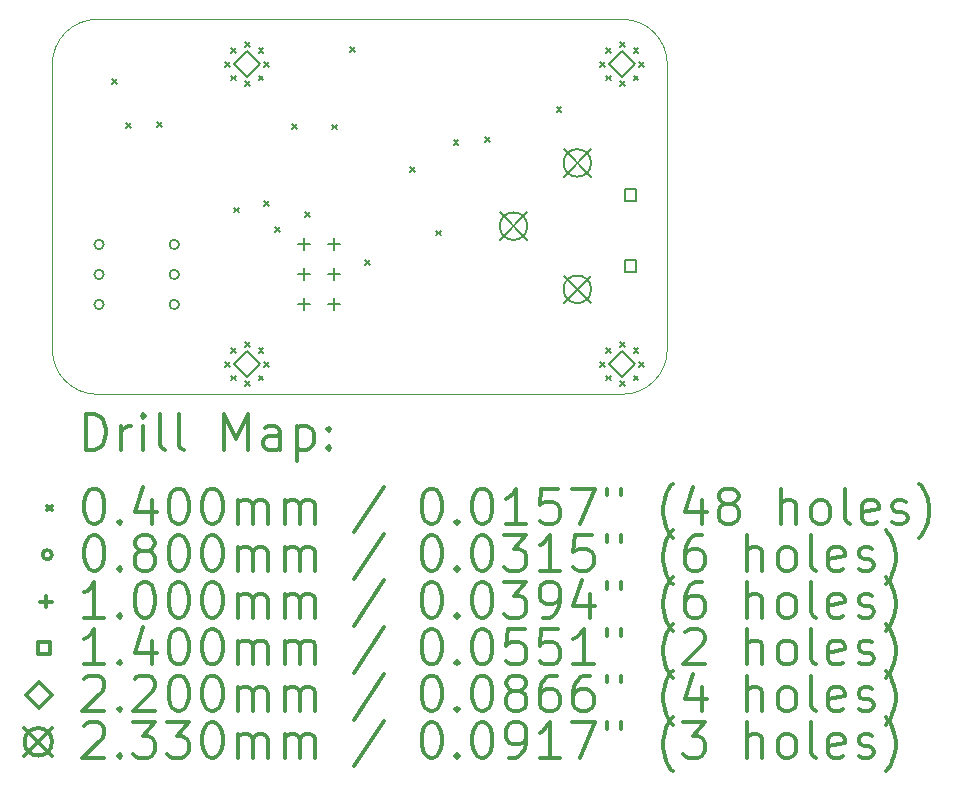
<source format=gbr>
%FSLAX45Y45*%
G04 Gerber Fmt 4.5, Leading zero omitted, Abs format (unit mm)*
G04 Created by KiCad (PCBNEW (5.1.12)-1) date 2022-06-04 11:27:31*
%MOMM*%
%LPD*%
G01*
G04 APERTURE LIST*
%TA.AperFunction,Profile*%
%ADD10C,0.050000*%
%TD*%
%ADD11C,0.200000*%
%ADD12C,0.300000*%
G04 APERTURE END LIST*
D10*
X14732000Y-7874000D02*
X14732000Y-7620000D01*
X9525000Y-10033000D02*
X9525000Y-9779000D01*
X9906000Y-10414000D02*
X10160000Y-10414000D01*
X9906000Y-7239000D02*
X10160000Y-7239000D01*
X9525000Y-9779000D02*
X9525000Y-7620000D01*
X9906000Y-10414000D02*
G75*
G02*
X9525000Y-10033000I0J381000D01*
G01*
X9525000Y-7620000D02*
G75*
G02*
X9906000Y-7239000I381000J0D01*
G01*
X14351000Y-10414000D02*
X10160000Y-10414000D01*
X14732000Y-10033000D02*
G75*
G02*
X14351000Y-10414000I-381000J0D01*
G01*
X14732000Y-7874000D02*
X14732000Y-10033000D01*
X14351000Y-7239000D02*
G75*
G02*
X14732000Y-7620000I0J-381000D01*
G01*
X10160000Y-7239000D02*
X14351000Y-7239000D01*
D11*
X10030875Y-7744875D02*
X10070875Y-7784875D01*
X10070875Y-7744875D02*
X10030875Y-7784875D01*
X10150400Y-8118400D02*
X10190400Y-8158400D01*
X10190400Y-8118400D02*
X10150400Y-8158400D01*
X10411100Y-8110900D02*
X10451100Y-8150900D01*
X10451100Y-8110900D02*
X10411100Y-8150900D01*
X10991000Y-7600000D02*
X11031000Y-7640000D01*
X11031000Y-7600000D02*
X10991000Y-7640000D01*
X10991000Y-10140000D02*
X11031000Y-10180000D01*
X11031000Y-10140000D02*
X10991000Y-10180000D01*
X11039327Y-7483327D02*
X11079327Y-7523327D01*
X11079327Y-7483327D02*
X11039327Y-7523327D01*
X11039327Y-7716673D02*
X11079327Y-7756673D01*
X11079327Y-7716673D02*
X11039327Y-7756673D01*
X11039327Y-10023327D02*
X11079327Y-10063327D01*
X11079327Y-10023327D02*
X11039327Y-10063327D01*
X11039327Y-10256673D02*
X11079327Y-10296673D01*
X11079327Y-10256673D02*
X11039327Y-10296673D01*
X11064750Y-8834250D02*
X11104750Y-8874250D01*
X11104750Y-8834250D02*
X11064750Y-8874250D01*
X11156000Y-7435000D02*
X11196000Y-7475000D01*
X11196000Y-7435000D02*
X11156000Y-7475000D01*
X11156000Y-7765000D02*
X11196000Y-7805000D01*
X11196000Y-7765000D02*
X11156000Y-7805000D01*
X11156000Y-9975000D02*
X11196000Y-10015000D01*
X11196000Y-9975000D02*
X11156000Y-10015000D01*
X11156000Y-10305000D02*
X11196000Y-10345000D01*
X11196000Y-10305000D02*
X11156000Y-10345000D01*
X11272673Y-7483327D02*
X11312673Y-7523327D01*
X11312673Y-7483327D02*
X11272673Y-7523327D01*
X11272673Y-7716673D02*
X11312673Y-7756673D01*
X11312673Y-7716673D02*
X11272673Y-7756673D01*
X11272673Y-10023327D02*
X11312673Y-10063327D01*
X11312673Y-10023327D02*
X11272673Y-10063327D01*
X11272673Y-10256673D02*
X11312673Y-10296673D01*
X11312673Y-10256673D02*
X11272673Y-10296673D01*
X11315840Y-8775841D02*
X11355840Y-8815841D01*
X11355840Y-8775841D02*
X11315840Y-8815841D01*
X11321000Y-7600000D02*
X11361000Y-7640000D01*
X11361000Y-7600000D02*
X11321000Y-7640000D01*
X11321000Y-10140000D02*
X11361000Y-10180000D01*
X11361000Y-10140000D02*
X11321000Y-10180000D01*
X11410000Y-8997000D02*
X11450000Y-9037000D01*
X11450000Y-8997000D02*
X11410000Y-9037000D01*
X11554875Y-8125875D02*
X11594875Y-8165875D01*
X11594875Y-8125875D02*
X11554875Y-8165875D01*
X11664000Y-8870000D02*
X11704000Y-8910000D01*
X11704000Y-8870000D02*
X11664000Y-8910000D01*
X11894800Y-8131200D02*
X11934800Y-8171200D01*
X11934800Y-8131200D02*
X11894800Y-8171200D01*
X12045000Y-7473000D02*
X12085000Y-7513000D01*
X12085000Y-7473000D02*
X12045000Y-7513000D01*
X12172000Y-9281000D02*
X12212000Y-9321000D01*
X12212000Y-9281000D02*
X12172000Y-9321000D01*
X12553000Y-8489000D02*
X12593000Y-8529000D01*
X12593000Y-8489000D02*
X12553000Y-8529000D01*
X12775000Y-9029000D02*
X12815000Y-9069000D01*
X12815000Y-9029000D02*
X12775000Y-9069000D01*
X12924000Y-8262000D02*
X12964000Y-8302000D01*
X12964000Y-8262000D02*
X12924000Y-8302000D01*
X13188000Y-8235000D02*
X13228000Y-8275000D01*
X13228000Y-8235000D02*
X13188000Y-8275000D01*
X13796000Y-7981000D02*
X13836000Y-8021000D01*
X13836000Y-7981000D02*
X13796000Y-8021000D01*
X14166000Y-7600000D02*
X14206000Y-7640000D01*
X14206000Y-7600000D02*
X14166000Y-7640000D01*
X14166000Y-10140000D02*
X14206000Y-10180000D01*
X14206000Y-10140000D02*
X14166000Y-10180000D01*
X14214327Y-7483327D02*
X14254327Y-7523327D01*
X14254327Y-7483327D02*
X14214327Y-7523327D01*
X14214327Y-7716673D02*
X14254327Y-7756673D01*
X14254327Y-7716673D02*
X14214327Y-7756673D01*
X14214327Y-10023327D02*
X14254327Y-10063327D01*
X14254327Y-10023327D02*
X14214327Y-10063327D01*
X14214327Y-10256673D02*
X14254327Y-10296673D01*
X14254327Y-10256673D02*
X14214327Y-10296673D01*
X14331000Y-7435000D02*
X14371000Y-7475000D01*
X14371000Y-7435000D02*
X14331000Y-7475000D01*
X14331000Y-7765000D02*
X14371000Y-7805000D01*
X14371000Y-7765000D02*
X14331000Y-7805000D01*
X14331000Y-9975000D02*
X14371000Y-10015000D01*
X14371000Y-9975000D02*
X14331000Y-10015000D01*
X14331000Y-10305000D02*
X14371000Y-10345000D01*
X14371000Y-10305000D02*
X14331000Y-10345000D01*
X14447673Y-7483327D02*
X14487673Y-7523327D01*
X14487673Y-7483327D02*
X14447673Y-7523327D01*
X14447673Y-7716673D02*
X14487673Y-7756673D01*
X14487673Y-7716673D02*
X14447673Y-7756673D01*
X14447673Y-10023327D02*
X14487673Y-10063327D01*
X14487673Y-10023327D02*
X14447673Y-10063327D01*
X14447673Y-10256673D02*
X14487673Y-10296673D01*
X14487673Y-10256673D02*
X14447673Y-10296673D01*
X14496000Y-7600000D02*
X14536000Y-7640000D01*
X14536000Y-7600000D02*
X14496000Y-7640000D01*
X14496000Y-10140000D02*
X14536000Y-10180000D01*
X14536000Y-10140000D02*
X14496000Y-10180000D01*
X9960500Y-9145000D02*
G75*
G03*
X9960500Y-9145000I-40000J0D01*
G01*
X9960500Y-9399000D02*
G75*
G03*
X9960500Y-9399000I-40000J0D01*
G01*
X9960500Y-9653000D02*
G75*
G03*
X9960500Y-9653000I-40000J0D01*
G01*
X10597500Y-9145000D02*
G75*
G03*
X10597500Y-9145000I-40000J0D01*
G01*
X10597500Y-9399000D02*
G75*
G03*
X10597500Y-9399000I-40000J0D01*
G01*
X10597500Y-9653000D02*
G75*
G03*
X10597500Y-9653000I-40000J0D01*
G01*
X11654000Y-9094000D02*
X11654000Y-9194000D01*
X11604000Y-9144000D02*
X11704000Y-9144000D01*
X11654000Y-9348000D02*
X11654000Y-9448000D01*
X11604000Y-9398000D02*
X11704000Y-9398000D01*
X11654000Y-9602000D02*
X11654000Y-9702000D01*
X11604000Y-9652000D02*
X11704000Y-9652000D01*
X11908000Y-9094000D02*
X11908000Y-9194000D01*
X11858000Y-9144000D02*
X11958000Y-9144000D01*
X11908000Y-9348000D02*
X11908000Y-9448000D01*
X11858000Y-9398000D02*
X11958000Y-9398000D01*
X11908000Y-9602000D02*
X11908000Y-9702000D01*
X11858000Y-9652000D02*
X11958000Y-9652000D01*
X14469498Y-8774498D02*
X14469498Y-8675502D01*
X14370502Y-8675502D01*
X14370502Y-8774498D01*
X14469498Y-8774498D01*
X14469498Y-9374498D02*
X14469498Y-9275502D01*
X14370502Y-9275502D01*
X14370502Y-9374498D01*
X14469498Y-9374498D01*
X11176000Y-7730000D02*
X11286000Y-7620000D01*
X11176000Y-7510000D01*
X11066000Y-7620000D01*
X11176000Y-7730000D01*
X11176000Y-10270000D02*
X11286000Y-10160000D01*
X11176000Y-10050000D01*
X11066000Y-10160000D01*
X11176000Y-10270000D01*
X14351000Y-7730000D02*
X14461000Y-7620000D01*
X14351000Y-7510000D01*
X14241000Y-7620000D01*
X14351000Y-7730000D01*
X14351000Y-10270000D02*
X14461000Y-10160000D01*
X14351000Y-10050000D01*
X14241000Y-10160000D01*
X14351000Y-10270000D01*
X13313500Y-8873500D02*
X13546500Y-9106500D01*
X13546500Y-8873500D02*
X13313500Y-9106500D01*
X13546500Y-8990000D02*
G75*
G03*
X13546500Y-8990000I-116500J0D01*
G01*
X13853500Y-8338500D02*
X14086500Y-8571500D01*
X14086500Y-8338500D02*
X13853500Y-8571500D01*
X14086500Y-8455000D02*
G75*
G03*
X14086500Y-8455000I-116500J0D01*
G01*
X13853500Y-9408500D02*
X14086500Y-9641500D01*
X14086500Y-9408500D02*
X13853500Y-9641500D01*
X14086500Y-9525000D02*
G75*
G03*
X14086500Y-9525000I-116500J0D01*
G01*
D12*
X9808928Y-10882214D02*
X9808928Y-10582214D01*
X9880357Y-10582214D01*
X9923214Y-10596500D01*
X9951786Y-10625072D01*
X9966071Y-10653643D01*
X9980357Y-10710786D01*
X9980357Y-10753643D01*
X9966071Y-10810786D01*
X9951786Y-10839357D01*
X9923214Y-10867929D01*
X9880357Y-10882214D01*
X9808928Y-10882214D01*
X10108928Y-10882214D02*
X10108928Y-10682214D01*
X10108928Y-10739357D02*
X10123214Y-10710786D01*
X10137500Y-10696500D01*
X10166071Y-10682214D01*
X10194643Y-10682214D01*
X10294643Y-10882214D02*
X10294643Y-10682214D01*
X10294643Y-10582214D02*
X10280357Y-10596500D01*
X10294643Y-10610786D01*
X10308928Y-10596500D01*
X10294643Y-10582214D01*
X10294643Y-10610786D01*
X10480357Y-10882214D02*
X10451786Y-10867929D01*
X10437500Y-10839357D01*
X10437500Y-10582214D01*
X10637500Y-10882214D02*
X10608928Y-10867929D01*
X10594643Y-10839357D01*
X10594643Y-10582214D01*
X10980357Y-10882214D02*
X10980357Y-10582214D01*
X11080357Y-10796500D01*
X11180357Y-10582214D01*
X11180357Y-10882214D01*
X11451786Y-10882214D02*
X11451786Y-10725072D01*
X11437500Y-10696500D01*
X11408928Y-10682214D01*
X11351786Y-10682214D01*
X11323214Y-10696500D01*
X11451786Y-10867929D02*
X11423214Y-10882214D01*
X11351786Y-10882214D01*
X11323214Y-10867929D01*
X11308928Y-10839357D01*
X11308928Y-10810786D01*
X11323214Y-10782214D01*
X11351786Y-10767929D01*
X11423214Y-10767929D01*
X11451786Y-10753643D01*
X11594643Y-10682214D02*
X11594643Y-10982214D01*
X11594643Y-10696500D02*
X11623214Y-10682214D01*
X11680357Y-10682214D01*
X11708928Y-10696500D01*
X11723214Y-10710786D01*
X11737500Y-10739357D01*
X11737500Y-10825072D01*
X11723214Y-10853643D01*
X11708928Y-10867929D01*
X11680357Y-10882214D01*
X11623214Y-10882214D01*
X11594643Y-10867929D01*
X11866071Y-10853643D02*
X11880357Y-10867929D01*
X11866071Y-10882214D01*
X11851786Y-10867929D01*
X11866071Y-10853643D01*
X11866071Y-10882214D01*
X11866071Y-10696500D02*
X11880357Y-10710786D01*
X11866071Y-10725072D01*
X11851786Y-10710786D01*
X11866071Y-10696500D01*
X11866071Y-10725072D01*
X9482500Y-11356500D02*
X9522500Y-11396500D01*
X9522500Y-11356500D02*
X9482500Y-11396500D01*
X9866071Y-11212214D02*
X9894643Y-11212214D01*
X9923214Y-11226500D01*
X9937500Y-11240786D01*
X9951786Y-11269357D01*
X9966071Y-11326500D01*
X9966071Y-11397929D01*
X9951786Y-11455071D01*
X9937500Y-11483643D01*
X9923214Y-11497929D01*
X9894643Y-11512214D01*
X9866071Y-11512214D01*
X9837500Y-11497929D01*
X9823214Y-11483643D01*
X9808928Y-11455071D01*
X9794643Y-11397929D01*
X9794643Y-11326500D01*
X9808928Y-11269357D01*
X9823214Y-11240786D01*
X9837500Y-11226500D01*
X9866071Y-11212214D01*
X10094643Y-11483643D02*
X10108928Y-11497929D01*
X10094643Y-11512214D01*
X10080357Y-11497929D01*
X10094643Y-11483643D01*
X10094643Y-11512214D01*
X10366071Y-11312214D02*
X10366071Y-11512214D01*
X10294643Y-11197929D02*
X10223214Y-11412214D01*
X10408928Y-11412214D01*
X10580357Y-11212214D02*
X10608928Y-11212214D01*
X10637500Y-11226500D01*
X10651786Y-11240786D01*
X10666071Y-11269357D01*
X10680357Y-11326500D01*
X10680357Y-11397929D01*
X10666071Y-11455071D01*
X10651786Y-11483643D01*
X10637500Y-11497929D01*
X10608928Y-11512214D01*
X10580357Y-11512214D01*
X10551786Y-11497929D01*
X10537500Y-11483643D01*
X10523214Y-11455071D01*
X10508928Y-11397929D01*
X10508928Y-11326500D01*
X10523214Y-11269357D01*
X10537500Y-11240786D01*
X10551786Y-11226500D01*
X10580357Y-11212214D01*
X10866071Y-11212214D02*
X10894643Y-11212214D01*
X10923214Y-11226500D01*
X10937500Y-11240786D01*
X10951786Y-11269357D01*
X10966071Y-11326500D01*
X10966071Y-11397929D01*
X10951786Y-11455071D01*
X10937500Y-11483643D01*
X10923214Y-11497929D01*
X10894643Y-11512214D01*
X10866071Y-11512214D01*
X10837500Y-11497929D01*
X10823214Y-11483643D01*
X10808928Y-11455071D01*
X10794643Y-11397929D01*
X10794643Y-11326500D01*
X10808928Y-11269357D01*
X10823214Y-11240786D01*
X10837500Y-11226500D01*
X10866071Y-11212214D01*
X11094643Y-11512214D02*
X11094643Y-11312214D01*
X11094643Y-11340786D02*
X11108928Y-11326500D01*
X11137500Y-11312214D01*
X11180357Y-11312214D01*
X11208928Y-11326500D01*
X11223214Y-11355071D01*
X11223214Y-11512214D01*
X11223214Y-11355071D02*
X11237500Y-11326500D01*
X11266071Y-11312214D01*
X11308928Y-11312214D01*
X11337500Y-11326500D01*
X11351786Y-11355071D01*
X11351786Y-11512214D01*
X11494643Y-11512214D02*
X11494643Y-11312214D01*
X11494643Y-11340786D02*
X11508928Y-11326500D01*
X11537500Y-11312214D01*
X11580357Y-11312214D01*
X11608928Y-11326500D01*
X11623214Y-11355071D01*
X11623214Y-11512214D01*
X11623214Y-11355071D02*
X11637500Y-11326500D01*
X11666071Y-11312214D01*
X11708928Y-11312214D01*
X11737500Y-11326500D01*
X11751786Y-11355071D01*
X11751786Y-11512214D01*
X12337500Y-11197929D02*
X12080357Y-11583643D01*
X12723214Y-11212214D02*
X12751786Y-11212214D01*
X12780357Y-11226500D01*
X12794643Y-11240786D01*
X12808928Y-11269357D01*
X12823214Y-11326500D01*
X12823214Y-11397929D01*
X12808928Y-11455071D01*
X12794643Y-11483643D01*
X12780357Y-11497929D01*
X12751786Y-11512214D01*
X12723214Y-11512214D01*
X12694643Y-11497929D01*
X12680357Y-11483643D01*
X12666071Y-11455071D01*
X12651786Y-11397929D01*
X12651786Y-11326500D01*
X12666071Y-11269357D01*
X12680357Y-11240786D01*
X12694643Y-11226500D01*
X12723214Y-11212214D01*
X12951786Y-11483643D02*
X12966071Y-11497929D01*
X12951786Y-11512214D01*
X12937500Y-11497929D01*
X12951786Y-11483643D01*
X12951786Y-11512214D01*
X13151786Y-11212214D02*
X13180357Y-11212214D01*
X13208928Y-11226500D01*
X13223214Y-11240786D01*
X13237500Y-11269357D01*
X13251786Y-11326500D01*
X13251786Y-11397929D01*
X13237500Y-11455071D01*
X13223214Y-11483643D01*
X13208928Y-11497929D01*
X13180357Y-11512214D01*
X13151786Y-11512214D01*
X13123214Y-11497929D01*
X13108928Y-11483643D01*
X13094643Y-11455071D01*
X13080357Y-11397929D01*
X13080357Y-11326500D01*
X13094643Y-11269357D01*
X13108928Y-11240786D01*
X13123214Y-11226500D01*
X13151786Y-11212214D01*
X13537500Y-11512214D02*
X13366071Y-11512214D01*
X13451786Y-11512214D02*
X13451786Y-11212214D01*
X13423214Y-11255071D01*
X13394643Y-11283643D01*
X13366071Y-11297929D01*
X13808928Y-11212214D02*
X13666071Y-11212214D01*
X13651786Y-11355071D01*
X13666071Y-11340786D01*
X13694643Y-11326500D01*
X13766071Y-11326500D01*
X13794643Y-11340786D01*
X13808928Y-11355071D01*
X13823214Y-11383643D01*
X13823214Y-11455071D01*
X13808928Y-11483643D01*
X13794643Y-11497929D01*
X13766071Y-11512214D01*
X13694643Y-11512214D01*
X13666071Y-11497929D01*
X13651786Y-11483643D01*
X13923214Y-11212214D02*
X14123214Y-11212214D01*
X13994643Y-11512214D01*
X14223214Y-11212214D02*
X14223214Y-11269357D01*
X14337500Y-11212214D02*
X14337500Y-11269357D01*
X14780357Y-11626500D02*
X14766071Y-11612214D01*
X14737500Y-11569357D01*
X14723214Y-11540786D01*
X14708928Y-11497929D01*
X14694643Y-11426500D01*
X14694643Y-11369357D01*
X14708928Y-11297929D01*
X14723214Y-11255071D01*
X14737500Y-11226500D01*
X14766071Y-11183643D01*
X14780357Y-11169357D01*
X15023214Y-11312214D02*
X15023214Y-11512214D01*
X14951786Y-11197929D02*
X14880357Y-11412214D01*
X15066071Y-11412214D01*
X15223214Y-11340786D02*
X15194643Y-11326500D01*
X15180357Y-11312214D01*
X15166071Y-11283643D01*
X15166071Y-11269357D01*
X15180357Y-11240786D01*
X15194643Y-11226500D01*
X15223214Y-11212214D01*
X15280357Y-11212214D01*
X15308928Y-11226500D01*
X15323214Y-11240786D01*
X15337500Y-11269357D01*
X15337500Y-11283643D01*
X15323214Y-11312214D01*
X15308928Y-11326500D01*
X15280357Y-11340786D01*
X15223214Y-11340786D01*
X15194643Y-11355071D01*
X15180357Y-11369357D01*
X15166071Y-11397929D01*
X15166071Y-11455071D01*
X15180357Y-11483643D01*
X15194643Y-11497929D01*
X15223214Y-11512214D01*
X15280357Y-11512214D01*
X15308928Y-11497929D01*
X15323214Y-11483643D01*
X15337500Y-11455071D01*
X15337500Y-11397929D01*
X15323214Y-11369357D01*
X15308928Y-11355071D01*
X15280357Y-11340786D01*
X15694643Y-11512214D02*
X15694643Y-11212214D01*
X15823214Y-11512214D02*
X15823214Y-11355071D01*
X15808928Y-11326500D01*
X15780357Y-11312214D01*
X15737500Y-11312214D01*
X15708928Y-11326500D01*
X15694643Y-11340786D01*
X16008928Y-11512214D02*
X15980357Y-11497929D01*
X15966071Y-11483643D01*
X15951786Y-11455071D01*
X15951786Y-11369357D01*
X15966071Y-11340786D01*
X15980357Y-11326500D01*
X16008928Y-11312214D01*
X16051786Y-11312214D01*
X16080357Y-11326500D01*
X16094643Y-11340786D01*
X16108928Y-11369357D01*
X16108928Y-11455071D01*
X16094643Y-11483643D01*
X16080357Y-11497929D01*
X16051786Y-11512214D01*
X16008928Y-11512214D01*
X16280357Y-11512214D02*
X16251786Y-11497929D01*
X16237500Y-11469357D01*
X16237500Y-11212214D01*
X16508928Y-11497929D02*
X16480357Y-11512214D01*
X16423214Y-11512214D01*
X16394643Y-11497929D01*
X16380357Y-11469357D01*
X16380357Y-11355071D01*
X16394643Y-11326500D01*
X16423214Y-11312214D01*
X16480357Y-11312214D01*
X16508928Y-11326500D01*
X16523214Y-11355071D01*
X16523214Y-11383643D01*
X16380357Y-11412214D01*
X16637500Y-11497929D02*
X16666071Y-11512214D01*
X16723214Y-11512214D01*
X16751786Y-11497929D01*
X16766071Y-11469357D01*
X16766071Y-11455071D01*
X16751786Y-11426500D01*
X16723214Y-11412214D01*
X16680357Y-11412214D01*
X16651786Y-11397929D01*
X16637500Y-11369357D01*
X16637500Y-11355071D01*
X16651786Y-11326500D01*
X16680357Y-11312214D01*
X16723214Y-11312214D01*
X16751786Y-11326500D01*
X16866071Y-11626500D02*
X16880357Y-11612214D01*
X16908928Y-11569357D01*
X16923214Y-11540786D01*
X16937500Y-11497929D01*
X16951786Y-11426500D01*
X16951786Y-11369357D01*
X16937500Y-11297929D01*
X16923214Y-11255071D01*
X16908928Y-11226500D01*
X16880357Y-11183643D01*
X16866071Y-11169357D01*
X9522500Y-11772500D02*
G75*
G03*
X9522500Y-11772500I-40000J0D01*
G01*
X9866071Y-11608214D02*
X9894643Y-11608214D01*
X9923214Y-11622500D01*
X9937500Y-11636786D01*
X9951786Y-11665357D01*
X9966071Y-11722500D01*
X9966071Y-11793929D01*
X9951786Y-11851071D01*
X9937500Y-11879643D01*
X9923214Y-11893929D01*
X9894643Y-11908214D01*
X9866071Y-11908214D01*
X9837500Y-11893929D01*
X9823214Y-11879643D01*
X9808928Y-11851071D01*
X9794643Y-11793929D01*
X9794643Y-11722500D01*
X9808928Y-11665357D01*
X9823214Y-11636786D01*
X9837500Y-11622500D01*
X9866071Y-11608214D01*
X10094643Y-11879643D02*
X10108928Y-11893929D01*
X10094643Y-11908214D01*
X10080357Y-11893929D01*
X10094643Y-11879643D01*
X10094643Y-11908214D01*
X10280357Y-11736786D02*
X10251786Y-11722500D01*
X10237500Y-11708214D01*
X10223214Y-11679643D01*
X10223214Y-11665357D01*
X10237500Y-11636786D01*
X10251786Y-11622500D01*
X10280357Y-11608214D01*
X10337500Y-11608214D01*
X10366071Y-11622500D01*
X10380357Y-11636786D01*
X10394643Y-11665357D01*
X10394643Y-11679643D01*
X10380357Y-11708214D01*
X10366071Y-11722500D01*
X10337500Y-11736786D01*
X10280357Y-11736786D01*
X10251786Y-11751071D01*
X10237500Y-11765357D01*
X10223214Y-11793929D01*
X10223214Y-11851071D01*
X10237500Y-11879643D01*
X10251786Y-11893929D01*
X10280357Y-11908214D01*
X10337500Y-11908214D01*
X10366071Y-11893929D01*
X10380357Y-11879643D01*
X10394643Y-11851071D01*
X10394643Y-11793929D01*
X10380357Y-11765357D01*
X10366071Y-11751071D01*
X10337500Y-11736786D01*
X10580357Y-11608214D02*
X10608928Y-11608214D01*
X10637500Y-11622500D01*
X10651786Y-11636786D01*
X10666071Y-11665357D01*
X10680357Y-11722500D01*
X10680357Y-11793929D01*
X10666071Y-11851071D01*
X10651786Y-11879643D01*
X10637500Y-11893929D01*
X10608928Y-11908214D01*
X10580357Y-11908214D01*
X10551786Y-11893929D01*
X10537500Y-11879643D01*
X10523214Y-11851071D01*
X10508928Y-11793929D01*
X10508928Y-11722500D01*
X10523214Y-11665357D01*
X10537500Y-11636786D01*
X10551786Y-11622500D01*
X10580357Y-11608214D01*
X10866071Y-11608214D02*
X10894643Y-11608214D01*
X10923214Y-11622500D01*
X10937500Y-11636786D01*
X10951786Y-11665357D01*
X10966071Y-11722500D01*
X10966071Y-11793929D01*
X10951786Y-11851071D01*
X10937500Y-11879643D01*
X10923214Y-11893929D01*
X10894643Y-11908214D01*
X10866071Y-11908214D01*
X10837500Y-11893929D01*
X10823214Y-11879643D01*
X10808928Y-11851071D01*
X10794643Y-11793929D01*
X10794643Y-11722500D01*
X10808928Y-11665357D01*
X10823214Y-11636786D01*
X10837500Y-11622500D01*
X10866071Y-11608214D01*
X11094643Y-11908214D02*
X11094643Y-11708214D01*
X11094643Y-11736786D02*
X11108928Y-11722500D01*
X11137500Y-11708214D01*
X11180357Y-11708214D01*
X11208928Y-11722500D01*
X11223214Y-11751071D01*
X11223214Y-11908214D01*
X11223214Y-11751071D02*
X11237500Y-11722500D01*
X11266071Y-11708214D01*
X11308928Y-11708214D01*
X11337500Y-11722500D01*
X11351786Y-11751071D01*
X11351786Y-11908214D01*
X11494643Y-11908214D02*
X11494643Y-11708214D01*
X11494643Y-11736786D02*
X11508928Y-11722500D01*
X11537500Y-11708214D01*
X11580357Y-11708214D01*
X11608928Y-11722500D01*
X11623214Y-11751071D01*
X11623214Y-11908214D01*
X11623214Y-11751071D02*
X11637500Y-11722500D01*
X11666071Y-11708214D01*
X11708928Y-11708214D01*
X11737500Y-11722500D01*
X11751786Y-11751071D01*
X11751786Y-11908214D01*
X12337500Y-11593929D02*
X12080357Y-11979643D01*
X12723214Y-11608214D02*
X12751786Y-11608214D01*
X12780357Y-11622500D01*
X12794643Y-11636786D01*
X12808928Y-11665357D01*
X12823214Y-11722500D01*
X12823214Y-11793929D01*
X12808928Y-11851071D01*
X12794643Y-11879643D01*
X12780357Y-11893929D01*
X12751786Y-11908214D01*
X12723214Y-11908214D01*
X12694643Y-11893929D01*
X12680357Y-11879643D01*
X12666071Y-11851071D01*
X12651786Y-11793929D01*
X12651786Y-11722500D01*
X12666071Y-11665357D01*
X12680357Y-11636786D01*
X12694643Y-11622500D01*
X12723214Y-11608214D01*
X12951786Y-11879643D02*
X12966071Y-11893929D01*
X12951786Y-11908214D01*
X12937500Y-11893929D01*
X12951786Y-11879643D01*
X12951786Y-11908214D01*
X13151786Y-11608214D02*
X13180357Y-11608214D01*
X13208928Y-11622500D01*
X13223214Y-11636786D01*
X13237500Y-11665357D01*
X13251786Y-11722500D01*
X13251786Y-11793929D01*
X13237500Y-11851071D01*
X13223214Y-11879643D01*
X13208928Y-11893929D01*
X13180357Y-11908214D01*
X13151786Y-11908214D01*
X13123214Y-11893929D01*
X13108928Y-11879643D01*
X13094643Y-11851071D01*
X13080357Y-11793929D01*
X13080357Y-11722500D01*
X13094643Y-11665357D01*
X13108928Y-11636786D01*
X13123214Y-11622500D01*
X13151786Y-11608214D01*
X13351786Y-11608214D02*
X13537500Y-11608214D01*
X13437500Y-11722500D01*
X13480357Y-11722500D01*
X13508928Y-11736786D01*
X13523214Y-11751071D01*
X13537500Y-11779643D01*
X13537500Y-11851071D01*
X13523214Y-11879643D01*
X13508928Y-11893929D01*
X13480357Y-11908214D01*
X13394643Y-11908214D01*
X13366071Y-11893929D01*
X13351786Y-11879643D01*
X13823214Y-11908214D02*
X13651786Y-11908214D01*
X13737500Y-11908214D02*
X13737500Y-11608214D01*
X13708928Y-11651071D01*
X13680357Y-11679643D01*
X13651786Y-11693929D01*
X14094643Y-11608214D02*
X13951786Y-11608214D01*
X13937500Y-11751071D01*
X13951786Y-11736786D01*
X13980357Y-11722500D01*
X14051786Y-11722500D01*
X14080357Y-11736786D01*
X14094643Y-11751071D01*
X14108928Y-11779643D01*
X14108928Y-11851071D01*
X14094643Y-11879643D01*
X14080357Y-11893929D01*
X14051786Y-11908214D01*
X13980357Y-11908214D01*
X13951786Y-11893929D01*
X13937500Y-11879643D01*
X14223214Y-11608214D02*
X14223214Y-11665357D01*
X14337500Y-11608214D02*
X14337500Y-11665357D01*
X14780357Y-12022500D02*
X14766071Y-12008214D01*
X14737500Y-11965357D01*
X14723214Y-11936786D01*
X14708928Y-11893929D01*
X14694643Y-11822500D01*
X14694643Y-11765357D01*
X14708928Y-11693929D01*
X14723214Y-11651071D01*
X14737500Y-11622500D01*
X14766071Y-11579643D01*
X14780357Y-11565357D01*
X15023214Y-11608214D02*
X14966071Y-11608214D01*
X14937500Y-11622500D01*
X14923214Y-11636786D01*
X14894643Y-11679643D01*
X14880357Y-11736786D01*
X14880357Y-11851071D01*
X14894643Y-11879643D01*
X14908928Y-11893929D01*
X14937500Y-11908214D01*
X14994643Y-11908214D01*
X15023214Y-11893929D01*
X15037500Y-11879643D01*
X15051786Y-11851071D01*
X15051786Y-11779643D01*
X15037500Y-11751071D01*
X15023214Y-11736786D01*
X14994643Y-11722500D01*
X14937500Y-11722500D01*
X14908928Y-11736786D01*
X14894643Y-11751071D01*
X14880357Y-11779643D01*
X15408928Y-11908214D02*
X15408928Y-11608214D01*
X15537500Y-11908214D02*
X15537500Y-11751071D01*
X15523214Y-11722500D01*
X15494643Y-11708214D01*
X15451786Y-11708214D01*
X15423214Y-11722500D01*
X15408928Y-11736786D01*
X15723214Y-11908214D02*
X15694643Y-11893929D01*
X15680357Y-11879643D01*
X15666071Y-11851071D01*
X15666071Y-11765357D01*
X15680357Y-11736786D01*
X15694643Y-11722500D01*
X15723214Y-11708214D01*
X15766071Y-11708214D01*
X15794643Y-11722500D01*
X15808928Y-11736786D01*
X15823214Y-11765357D01*
X15823214Y-11851071D01*
X15808928Y-11879643D01*
X15794643Y-11893929D01*
X15766071Y-11908214D01*
X15723214Y-11908214D01*
X15994643Y-11908214D02*
X15966071Y-11893929D01*
X15951786Y-11865357D01*
X15951786Y-11608214D01*
X16223214Y-11893929D02*
X16194643Y-11908214D01*
X16137500Y-11908214D01*
X16108928Y-11893929D01*
X16094643Y-11865357D01*
X16094643Y-11751071D01*
X16108928Y-11722500D01*
X16137500Y-11708214D01*
X16194643Y-11708214D01*
X16223214Y-11722500D01*
X16237500Y-11751071D01*
X16237500Y-11779643D01*
X16094643Y-11808214D01*
X16351786Y-11893929D02*
X16380357Y-11908214D01*
X16437500Y-11908214D01*
X16466071Y-11893929D01*
X16480357Y-11865357D01*
X16480357Y-11851071D01*
X16466071Y-11822500D01*
X16437500Y-11808214D01*
X16394643Y-11808214D01*
X16366071Y-11793929D01*
X16351786Y-11765357D01*
X16351786Y-11751071D01*
X16366071Y-11722500D01*
X16394643Y-11708214D01*
X16437500Y-11708214D01*
X16466071Y-11722500D01*
X16580357Y-12022500D02*
X16594643Y-12008214D01*
X16623214Y-11965357D01*
X16637500Y-11936786D01*
X16651786Y-11893929D01*
X16666071Y-11822500D01*
X16666071Y-11765357D01*
X16651786Y-11693929D01*
X16637500Y-11651071D01*
X16623214Y-11622500D01*
X16594643Y-11579643D01*
X16580357Y-11565357D01*
X9472500Y-12118500D02*
X9472500Y-12218500D01*
X9422500Y-12168500D02*
X9522500Y-12168500D01*
X9966071Y-12304214D02*
X9794643Y-12304214D01*
X9880357Y-12304214D02*
X9880357Y-12004214D01*
X9851786Y-12047071D01*
X9823214Y-12075643D01*
X9794643Y-12089929D01*
X10094643Y-12275643D02*
X10108928Y-12289929D01*
X10094643Y-12304214D01*
X10080357Y-12289929D01*
X10094643Y-12275643D01*
X10094643Y-12304214D01*
X10294643Y-12004214D02*
X10323214Y-12004214D01*
X10351786Y-12018500D01*
X10366071Y-12032786D01*
X10380357Y-12061357D01*
X10394643Y-12118500D01*
X10394643Y-12189929D01*
X10380357Y-12247071D01*
X10366071Y-12275643D01*
X10351786Y-12289929D01*
X10323214Y-12304214D01*
X10294643Y-12304214D01*
X10266071Y-12289929D01*
X10251786Y-12275643D01*
X10237500Y-12247071D01*
X10223214Y-12189929D01*
X10223214Y-12118500D01*
X10237500Y-12061357D01*
X10251786Y-12032786D01*
X10266071Y-12018500D01*
X10294643Y-12004214D01*
X10580357Y-12004214D02*
X10608928Y-12004214D01*
X10637500Y-12018500D01*
X10651786Y-12032786D01*
X10666071Y-12061357D01*
X10680357Y-12118500D01*
X10680357Y-12189929D01*
X10666071Y-12247071D01*
X10651786Y-12275643D01*
X10637500Y-12289929D01*
X10608928Y-12304214D01*
X10580357Y-12304214D01*
X10551786Y-12289929D01*
X10537500Y-12275643D01*
X10523214Y-12247071D01*
X10508928Y-12189929D01*
X10508928Y-12118500D01*
X10523214Y-12061357D01*
X10537500Y-12032786D01*
X10551786Y-12018500D01*
X10580357Y-12004214D01*
X10866071Y-12004214D02*
X10894643Y-12004214D01*
X10923214Y-12018500D01*
X10937500Y-12032786D01*
X10951786Y-12061357D01*
X10966071Y-12118500D01*
X10966071Y-12189929D01*
X10951786Y-12247071D01*
X10937500Y-12275643D01*
X10923214Y-12289929D01*
X10894643Y-12304214D01*
X10866071Y-12304214D01*
X10837500Y-12289929D01*
X10823214Y-12275643D01*
X10808928Y-12247071D01*
X10794643Y-12189929D01*
X10794643Y-12118500D01*
X10808928Y-12061357D01*
X10823214Y-12032786D01*
X10837500Y-12018500D01*
X10866071Y-12004214D01*
X11094643Y-12304214D02*
X11094643Y-12104214D01*
X11094643Y-12132786D02*
X11108928Y-12118500D01*
X11137500Y-12104214D01*
X11180357Y-12104214D01*
X11208928Y-12118500D01*
X11223214Y-12147071D01*
X11223214Y-12304214D01*
X11223214Y-12147071D02*
X11237500Y-12118500D01*
X11266071Y-12104214D01*
X11308928Y-12104214D01*
X11337500Y-12118500D01*
X11351786Y-12147071D01*
X11351786Y-12304214D01*
X11494643Y-12304214D02*
X11494643Y-12104214D01*
X11494643Y-12132786D02*
X11508928Y-12118500D01*
X11537500Y-12104214D01*
X11580357Y-12104214D01*
X11608928Y-12118500D01*
X11623214Y-12147071D01*
X11623214Y-12304214D01*
X11623214Y-12147071D02*
X11637500Y-12118500D01*
X11666071Y-12104214D01*
X11708928Y-12104214D01*
X11737500Y-12118500D01*
X11751786Y-12147071D01*
X11751786Y-12304214D01*
X12337500Y-11989929D02*
X12080357Y-12375643D01*
X12723214Y-12004214D02*
X12751786Y-12004214D01*
X12780357Y-12018500D01*
X12794643Y-12032786D01*
X12808928Y-12061357D01*
X12823214Y-12118500D01*
X12823214Y-12189929D01*
X12808928Y-12247071D01*
X12794643Y-12275643D01*
X12780357Y-12289929D01*
X12751786Y-12304214D01*
X12723214Y-12304214D01*
X12694643Y-12289929D01*
X12680357Y-12275643D01*
X12666071Y-12247071D01*
X12651786Y-12189929D01*
X12651786Y-12118500D01*
X12666071Y-12061357D01*
X12680357Y-12032786D01*
X12694643Y-12018500D01*
X12723214Y-12004214D01*
X12951786Y-12275643D02*
X12966071Y-12289929D01*
X12951786Y-12304214D01*
X12937500Y-12289929D01*
X12951786Y-12275643D01*
X12951786Y-12304214D01*
X13151786Y-12004214D02*
X13180357Y-12004214D01*
X13208928Y-12018500D01*
X13223214Y-12032786D01*
X13237500Y-12061357D01*
X13251786Y-12118500D01*
X13251786Y-12189929D01*
X13237500Y-12247071D01*
X13223214Y-12275643D01*
X13208928Y-12289929D01*
X13180357Y-12304214D01*
X13151786Y-12304214D01*
X13123214Y-12289929D01*
X13108928Y-12275643D01*
X13094643Y-12247071D01*
X13080357Y-12189929D01*
X13080357Y-12118500D01*
X13094643Y-12061357D01*
X13108928Y-12032786D01*
X13123214Y-12018500D01*
X13151786Y-12004214D01*
X13351786Y-12004214D02*
X13537500Y-12004214D01*
X13437500Y-12118500D01*
X13480357Y-12118500D01*
X13508928Y-12132786D01*
X13523214Y-12147071D01*
X13537500Y-12175643D01*
X13537500Y-12247071D01*
X13523214Y-12275643D01*
X13508928Y-12289929D01*
X13480357Y-12304214D01*
X13394643Y-12304214D01*
X13366071Y-12289929D01*
X13351786Y-12275643D01*
X13680357Y-12304214D02*
X13737500Y-12304214D01*
X13766071Y-12289929D01*
X13780357Y-12275643D01*
X13808928Y-12232786D01*
X13823214Y-12175643D01*
X13823214Y-12061357D01*
X13808928Y-12032786D01*
X13794643Y-12018500D01*
X13766071Y-12004214D01*
X13708928Y-12004214D01*
X13680357Y-12018500D01*
X13666071Y-12032786D01*
X13651786Y-12061357D01*
X13651786Y-12132786D01*
X13666071Y-12161357D01*
X13680357Y-12175643D01*
X13708928Y-12189929D01*
X13766071Y-12189929D01*
X13794643Y-12175643D01*
X13808928Y-12161357D01*
X13823214Y-12132786D01*
X14080357Y-12104214D02*
X14080357Y-12304214D01*
X14008928Y-11989929D02*
X13937500Y-12204214D01*
X14123214Y-12204214D01*
X14223214Y-12004214D02*
X14223214Y-12061357D01*
X14337500Y-12004214D02*
X14337500Y-12061357D01*
X14780357Y-12418500D02*
X14766071Y-12404214D01*
X14737500Y-12361357D01*
X14723214Y-12332786D01*
X14708928Y-12289929D01*
X14694643Y-12218500D01*
X14694643Y-12161357D01*
X14708928Y-12089929D01*
X14723214Y-12047071D01*
X14737500Y-12018500D01*
X14766071Y-11975643D01*
X14780357Y-11961357D01*
X15023214Y-12004214D02*
X14966071Y-12004214D01*
X14937500Y-12018500D01*
X14923214Y-12032786D01*
X14894643Y-12075643D01*
X14880357Y-12132786D01*
X14880357Y-12247071D01*
X14894643Y-12275643D01*
X14908928Y-12289929D01*
X14937500Y-12304214D01*
X14994643Y-12304214D01*
X15023214Y-12289929D01*
X15037500Y-12275643D01*
X15051786Y-12247071D01*
X15051786Y-12175643D01*
X15037500Y-12147071D01*
X15023214Y-12132786D01*
X14994643Y-12118500D01*
X14937500Y-12118500D01*
X14908928Y-12132786D01*
X14894643Y-12147071D01*
X14880357Y-12175643D01*
X15408928Y-12304214D02*
X15408928Y-12004214D01*
X15537500Y-12304214D02*
X15537500Y-12147071D01*
X15523214Y-12118500D01*
X15494643Y-12104214D01*
X15451786Y-12104214D01*
X15423214Y-12118500D01*
X15408928Y-12132786D01*
X15723214Y-12304214D02*
X15694643Y-12289929D01*
X15680357Y-12275643D01*
X15666071Y-12247071D01*
X15666071Y-12161357D01*
X15680357Y-12132786D01*
X15694643Y-12118500D01*
X15723214Y-12104214D01*
X15766071Y-12104214D01*
X15794643Y-12118500D01*
X15808928Y-12132786D01*
X15823214Y-12161357D01*
X15823214Y-12247071D01*
X15808928Y-12275643D01*
X15794643Y-12289929D01*
X15766071Y-12304214D01*
X15723214Y-12304214D01*
X15994643Y-12304214D02*
X15966071Y-12289929D01*
X15951786Y-12261357D01*
X15951786Y-12004214D01*
X16223214Y-12289929D02*
X16194643Y-12304214D01*
X16137500Y-12304214D01*
X16108928Y-12289929D01*
X16094643Y-12261357D01*
X16094643Y-12147071D01*
X16108928Y-12118500D01*
X16137500Y-12104214D01*
X16194643Y-12104214D01*
X16223214Y-12118500D01*
X16237500Y-12147071D01*
X16237500Y-12175643D01*
X16094643Y-12204214D01*
X16351786Y-12289929D02*
X16380357Y-12304214D01*
X16437500Y-12304214D01*
X16466071Y-12289929D01*
X16480357Y-12261357D01*
X16480357Y-12247071D01*
X16466071Y-12218500D01*
X16437500Y-12204214D01*
X16394643Y-12204214D01*
X16366071Y-12189929D01*
X16351786Y-12161357D01*
X16351786Y-12147071D01*
X16366071Y-12118500D01*
X16394643Y-12104214D01*
X16437500Y-12104214D01*
X16466071Y-12118500D01*
X16580357Y-12418500D02*
X16594643Y-12404214D01*
X16623214Y-12361357D01*
X16637500Y-12332786D01*
X16651786Y-12289929D01*
X16666071Y-12218500D01*
X16666071Y-12161357D01*
X16651786Y-12089929D01*
X16637500Y-12047071D01*
X16623214Y-12018500D01*
X16594643Y-11975643D01*
X16580357Y-11961357D01*
X9501998Y-12613998D02*
X9501998Y-12515002D01*
X9403002Y-12515002D01*
X9403002Y-12613998D01*
X9501998Y-12613998D01*
X9966071Y-12700214D02*
X9794643Y-12700214D01*
X9880357Y-12700214D02*
X9880357Y-12400214D01*
X9851786Y-12443071D01*
X9823214Y-12471643D01*
X9794643Y-12485929D01*
X10094643Y-12671643D02*
X10108928Y-12685929D01*
X10094643Y-12700214D01*
X10080357Y-12685929D01*
X10094643Y-12671643D01*
X10094643Y-12700214D01*
X10366071Y-12500214D02*
X10366071Y-12700214D01*
X10294643Y-12385929D02*
X10223214Y-12600214D01*
X10408928Y-12600214D01*
X10580357Y-12400214D02*
X10608928Y-12400214D01*
X10637500Y-12414500D01*
X10651786Y-12428786D01*
X10666071Y-12457357D01*
X10680357Y-12514500D01*
X10680357Y-12585929D01*
X10666071Y-12643071D01*
X10651786Y-12671643D01*
X10637500Y-12685929D01*
X10608928Y-12700214D01*
X10580357Y-12700214D01*
X10551786Y-12685929D01*
X10537500Y-12671643D01*
X10523214Y-12643071D01*
X10508928Y-12585929D01*
X10508928Y-12514500D01*
X10523214Y-12457357D01*
X10537500Y-12428786D01*
X10551786Y-12414500D01*
X10580357Y-12400214D01*
X10866071Y-12400214D02*
X10894643Y-12400214D01*
X10923214Y-12414500D01*
X10937500Y-12428786D01*
X10951786Y-12457357D01*
X10966071Y-12514500D01*
X10966071Y-12585929D01*
X10951786Y-12643071D01*
X10937500Y-12671643D01*
X10923214Y-12685929D01*
X10894643Y-12700214D01*
X10866071Y-12700214D01*
X10837500Y-12685929D01*
X10823214Y-12671643D01*
X10808928Y-12643071D01*
X10794643Y-12585929D01*
X10794643Y-12514500D01*
X10808928Y-12457357D01*
X10823214Y-12428786D01*
X10837500Y-12414500D01*
X10866071Y-12400214D01*
X11094643Y-12700214D02*
X11094643Y-12500214D01*
X11094643Y-12528786D02*
X11108928Y-12514500D01*
X11137500Y-12500214D01*
X11180357Y-12500214D01*
X11208928Y-12514500D01*
X11223214Y-12543071D01*
X11223214Y-12700214D01*
X11223214Y-12543071D02*
X11237500Y-12514500D01*
X11266071Y-12500214D01*
X11308928Y-12500214D01*
X11337500Y-12514500D01*
X11351786Y-12543071D01*
X11351786Y-12700214D01*
X11494643Y-12700214D02*
X11494643Y-12500214D01*
X11494643Y-12528786D02*
X11508928Y-12514500D01*
X11537500Y-12500214D01*
X11580357Y-12500214D01*
X11608928Y-12514500D01*
X11623214Y-12543071D01*
X11623214Y-12700214D01*
X11623214Y-12543071D02*
X11637500Y-12514500D01*
X11666071Y-12500214D01*
X11708928Y-12500214D01*
X11737500Y-12514500D01*
X11751786Y-12543071D01*
X11751786Y-12700214D01*
X12337500Y-12385929D02*
X12080357Y-12771643D01*
X12723214Y-12400214D02*
X12751786Y-12400214D01*
X12780357Y-12414500D01*
X12794643Y-12428786D01*
X12808928Y-12457357D01*
X12823214Y-12514500D01*
X12823214Y-12585929D01*
X12808928Y-12643071D01*
X12794643Y-12671643D01*
X12780357Y-12685929D01*
X12751786Y-12700214D01*
X12723214Y-12700214D01*
X12694643Y-12685929D01*
X12680357Y-12671643D01*
X12666071Y-12643071D01*
X12651786Y-12585929D01*
X12651786Y-12514500D01*
X12666071Y-12457357D01*
X12680357Y-12428786D01*
X12694643Y-12414500D01*
X12723214Y-12400214D01*
X12951786Y-12671643D02*
X12966071Y-12685929D01*
X12951786Y-12700214D01*
X12937500Y-12685929D01*
X12951786Y-12671643D01*
X12951786Y-12700214D01*
X13151786Y-12400214D02*
X13180357Y-12400214D01*
X13208928Y-12414500D01*
X13223214Y-12428786D01*
X13237500Y-12457357D01*
X13251786Y-12514500D01*
X13251786Y-12585929D01*
X13237500Y-12643071D01*
X13223214Y-12671643D01*
X13208928Y-12685929D01*
X13180357Y-12700214D01*
X13151786Y-12700214D01*
X13123214Y-12685929D01*
X13108928Y-12671643D01*
X13094643Y-12643071D01*
X13080357Y-12585929D01*
X13080357Y-12514500D01*
X13094643Y-12457357D01*
X13108928Y-12428786D01*
X13123214Y-12414500D01*
X13151786Y-12400214D01*
X13523214Y-12400214D02*
X13380357Y-12400214D01*
X13366071Y-12543071D01*
X13380357Y-12528786D01*
X13408928Y-12514500D01*
X13480357Y-12514500D01*
X13508928Y-12528786D01*
X13523214Y-12543071D01*
X13537500Y-12571643D01*
X13537500Y-12643071D01*
X13523214Y-12671643D01*
X13508928Y-12685929D01*
X13480357Y-12700214D01*
X13408928Y-12700214D01*
X13380357Y-12685929D01*
X13366071Y-12671643D01*
X13808928Y-12400214D02*
X13666071Y-12400214D01*
X13651786Y-12543071D01*
X13666071Y-12528786D01*
X13694643Y-12514500D01*
X13766071Y-12514500D01*
X13794643Y-12528786D01*
X13808928Y-12543071D01*
X13823214Y-12571643D01*
X13823214Y-12643071D01*
X13808928Y-12671643D01*
X13794643Y-12685929D01*
X13766071Y-12700214D01*
X13694643Y-12700214D01*
X13666071Y-12685929D01*
X13651786Y-12671643D01*
X14108928Y-12700214D02*
X13937500Y-12700214D01*
X14023214Y-12700214D02*
X14023214Y-12400214D01*
X13994643Y-12443071D01*
X13966071Y-12471643D01*
X13937500Y-12485929D01*
X14223214Y-12400214D02*
X14223214Y-12457357D01*
X14337500Y-12400214D02*
X14337500Y-12457357D01*
X14780357Y-12814500D02*
X14766071Y-12800214D01*
X14737500Y-12757357D01*
X14723214Y-12728786D01*
X14708928Y-12685929D01*
X14694643Y-12614500D01*
X14694643Y-12557357D01*
X14708928Y-12485929D01*
X14723214Y-12443071D01*
X14737500Y-12414500D01*
X14766071Y-12371643D01*
X14780357Y-12357357D01*
X14880357Y-12428786D02*
X14894643Y-12414500D01*
X14923214Y-12400214D01*
X14994643Y-12400214D01*
X15023214Y-12414500D01*
X15037500Y-12428786D01*
X15051786Y-12457357D01*
X15051786Y-12485929D01*
X15037500Y-12528786D01*
X14866071Y-12700214D01*
X15051786Y-12700214D01*
X15408928Y-12700214D02*
X15408928Y-12400214D01*
X15537500Y-12700214D02*
X15537500Y-12543071D01*
X15523214Y-12514500D01*
X15494643Y-12500214D01*
X15451786Y-12500214D01*
X15423214Y-12514500D01*
X15408928Y-12528786D01*
X15723214Y-12700214D02*
X15694643Y-12685929D01*
X15680357Y-12671643D01*
X15666071Y-12643071D01*
X15666071Y-12557357D01*
X15680357Y-12528786D01*
X15694643Y-12514500D01*
X15723214Y-12500214D01*
X15766071Y-12500214D01*
X15794643Y-12514500D01*
X15808928Y-12528786D01*
X15823214Y-12557357D01*
X15823214Y-12643071D01*
X15808928Y-12671643D01*
X15794643Y-12685929D01*
X15766071Y-12700214D01*
X15723214Y-12700214D01*
X15994643Y-12700214D02*
X15966071Y-12685929D01*
X15951786Y-12657357D01*
X15951786Y-12400214D01*
X16223214Y-12685929D02*
X16194643Y-12700214D01*
X16137500Y-12700214D01*
X16108928Y-12685929D01*
X16094643Y-12657357D01*
X16094643Y-12543071D01*
X16108928Y-12514500D01*
X16137500Y-12500214D01*
X16194643Y-12500214D01*
X16223214Y-12514500D01*
X16237500Y-12543071D01*
X16237500Y-12571643D01*
X16094643Y-12600214D01*
X16351786Y-12685929D02*
X16380357Y-12700214D01*
X16437500Y-12700214D01*
X16466071Y-12685929D01*
X16480357Y-12657357D01*
X16480357Y-12643071D01*
X16466071Y-12614500D01*
X16437500Y-12600214D01*
X16394643Y-12600214D01*
X16366071Y-12585929D01*
X16351786Y-12557357D01*
X16351786Y-12543071D01*
X16366071Y-12514500D01*
X16394643Y-12500214D01*
X16437500Y-12500214D01*
X16466071Y-12514500D01*
X16580357Y-12814500D02*
X16594643Y-12800214D01*
X16623214Y-12757357D01*
X16637500Y-12728786D01*
X16651786Y-12685929D01*
X16666071Y-12614500D01*
X16666071Y-12557357D01*
X16651786Y-12485929D01*
X16637500Y-12443071D01*
X16623214Y-12414500D01*
X16594643Y-12371643D01*
X16580357Y-12357357D01*
X9412500Y-13070500D02*
X9522500Y-12960500D01*
X9412500Y-12850500D01*
X9302500Y-12960500D01*
X9412500Y-13070500D01*
X9794643Y-12824786D02*
X9808928Y-12810500D01*
X9837500Y-12796214D01*
X9908928Y-12796214D01*
X9937500Y-12810500D01*
X9951786Y-12824786D01*
X9966071Y-12853357D01*
X9966071Y-12881929D01*
X9951786Y-12924786D01*
X9780357Y-13096214D01*
X9966071Y-13096214D01*
X10094643Y-13067643D02*
X10108928Y-13081929D01*
X10094643Y-13096214D01*
X10080357Y-13081929D01*
X10094643Y-13067643D01*
X10094643Y-13096214D01*
X10223214Y-12824786D02*
X10237500Y-12810500D01*
X10266071Y-12796214D01*
X10337500Y-12796214D01*
X10366071Y-12810500D01*
X10380357Y-12824786D01*
X10394643Y-12853357D01*
X10394643Y-12881929D01*
X10380357Y-12924786D01*
X10208928Y-13096214D01*
X10394643Y-13096214D01*
X10580357Y-12796214D02*
X10608928Y-12796214D01*
X10637500Y-12810500D01*
X10651786Y-12824786D01*
X10666071Y-12853357D01*
X10680357Y-12910500D01*
X10680357Y-12981929D01*
X10666071Y-13039071D01*
X10651786Y-13067643D01*
X10637500Y-13081929D01*
X10608928Y-13096214D01*
X10580357Y-13096214D01*
X10551786Y-13081929D01*
X10537500Y-13067643D01*
X10523214Y-13039071D01*
X10508928Y-12981929D01*
X10508928Y-12910500D01*
X10523214Y-12853357D01*
X10537500Y-12824786D01*
X10551786Y-12810500D01*
X10580357Y-12796214D01*
X10866071Y-12796214D02*
X10894643Y-12796214D01*
X10923214Y-12810500D01*
X10937500Y-12824786D01*
X10951786Y-12853357D01*
X10966071Y-12910500D01*
X10966071Y-12981929D01*
X10951786Y-13039071D01*
X10937500Y-13067643D01*
X10923214Y-13081929D01*
X10894643Y-13096214D01*
X10866071Y-13096214D01*
X10837500Y-13081929D01*
X10823214Y-13067643D01*
X10808928Y-13039071D01*
X10794643Y-12981929D01*
X10794643Y-12910500D01*
X10808928Y-12853357D01*
X10823214Y-12824786D01*
X10837500Y-12810500D01*
X10866071Y-12796214D01*
X11094643Y-13096214D02*
X11094643Y-12896214D01*
X11094643Y-12924786D02*
X11108928Y-12910500D01*
X11137500Y-12896214D01*
X11180357Y-12896214D01*
X11208928Y-12910500D01*
X11223214Y-12939071D01*
X11223214Y-13096214D01*
X11223214Y-12939071D02*
X11237500Y-12910500D01*
X11266071Y-12896214D01*
X11308928Y-12896214D01*
X11337500Y-12910500D01*
X11351786Y-12939071D01*
X11351786Y-13096214D01*
X11494643Y-13096214D02*
X11494643Y-12896214D01*
X11494643Y-12924786D02*
X11508928Y-12910500D01*
X11537500Y-12896214D01*
X11580357Y-12896214D01*
X11608928Y-12910500D01*
X11623214Y-12939071D01*
X11623214Y-13096214D01*
X11623214Y-12939071D02*
X11637500Y-12910500D01*
X11666071Y-12896214D01*
X11708928Y-12896214D01*
X11737500Y-12910500D01*
X11751786Y-12939071D01*
X11751786Y-13096214D01*
X12337500Y-12781929D02*
X12080357Y-13167643D01*
X12723214Y-12796214D02*
X12751786Y-12796214D01*
X12780357Y-12810500D01*
X12794643Y-12824786D01*
X12808928Y-12853357D01*
X12823214Y-12910500D01*
X12823214Y-12981929D01*
X12808928Y-13039071D01*
X12794643Y-13067643D01*
X12780357Y-13081929D01*
X12751786Y-13096214D01*
X12723214Y-13096214D01*
X12694643Y-13081929D01*
X12680357Y-13067643D01*
X12666071Y-13039071D01*
X12651786Y-12981929D01*
X12651786Y-12910500D01*
X12666071Y-12853357D01*
X12680357Y-12824786D01*
X12694643Y-12810500D01*
X12723214Y-12796214D01*
X12951786Y-13067643D02*
X12966071Y-13081929D01*
X12951786Y-13096214D01*
X12937500Y-13081929D01*
X12951786Y-13067643D01*
X12951786Y-13096214D01*
X13151786Y-12796214D02*
X13180357Y-12796214D01*
X13208928Y-12810500D01*
X13223214Y-12824786D01*
X13237500Y-12853357D01*
X13251786Y-12910500D01*
X13251786Y-12981929D01*
X13237500Y-13039071D01*
X13223214Y-13067643D01*
X13208928Y-13081929D01*
X13180357Y-13096214D01*
X13151786Y-13096214D01*
X13123214Y-13081929D01*
X13108928Y-13067643D01*
X13094643Y-13039071D01*
X13080357Y-12981929D01*
X13080357Y-12910500D01*
X13094643Y-12853357D01*
X13108928Y-12824786D01*
X13123214Y-12810500D01*
X13151786Y-12796214D01*
X13423214Y-12924786D02*
X13394643Y-12910500D01*
X13380357Y-12896214D01*
X13366071Y-12867643D01*
X13366071Y-12853357D01*
X13380357Y-12824786D01*
X13394643Y-12810500D01*
X13423214Y-12796214D01*
X13480357Y-12796214D01*
X13508928Y-12810500D01*
X13523214Y-12824786D01*
X13537500Y-12853357D01*
X13537500Y-12867643D01*
X13523214Y-12896214D01*
X13508928Y-12910500D01*
X13480357Y-12924786D01*
X13423214Y-12924786D01*
X13394643Y-12939071D01*
X13380357Y-12953357D01*
X13366071Y-12981929D01*
X13366071Y-13039071D01*
X13380357Y-13067643D01*
X13394643Y-13081929D01*
X13423214Y-13096214D01*
X13480357Y-13096214D01*
X13508928Y-13081929D01*
X13523214Y-13067643D01*
X13537500Y-13039071D01*
X13537500Y-12981929D01*
X13523214Y-12953357D01*
X13508928Y-12939071D01*
X13480357Y-12924786D01*
X13794643Y-12796214D02*
X13737500Y-12796214D01*
X13708928Y-12810500D01*
X13694643Y-12824786D01*
X13666071Y-12867643D01*
X13651786Y-12924786D01*
X13651786Y-13039071D01*
X13666071Y-13067643D01*
X13680357Y-13081929D01*
X13708928Y-13096214D01*
X13766071Y-13096214D01*
X13794643Y-13081929D01*
X13808928Y-13067643D01*
X13823214Y-13039071D01*
X13823214Y-12967643D01*
X13808928Y-12939071D01*
X13794643Y-12924786D01*
X13766071Y-12910500D01*
X13708928Y-12910500D01*
X13680357Y-12924786D01*
X13666071Y-12939071D01*
X13651786Y-12967643D01*
X14080357Y-12796214D02*
X14023214Y-12796214D01*
X13994643Y-12810500D01*
X13980357Y-12824786D01*
X13951786Y-12867643D01*
X13937500Y-12924786D01*
X13937500Y-13039071D01*
X13951786Y-13067643D01*
X13966071Y-13081929D01*
X13994643Y-13096214D01*
X14051786Y-13096214D01*
X14080357Y-13081929D01*
X14094643Y-13067643D01*
X14108928Y-13039071D01*
X14108928Y-12967643D01*
X14094643Y-12939071D01*
X14080357Y-12924786D01*
X14051786Y-12910500D01*
X13994643Y-12910500D01*
X13966071Y-12924786D01*
X13951786Y-12939071D01*
X13937500Y-12967643D01*
X14223214Y-12796214D02*
X14223214Y-12853357D01*
X14337500Y-12796214D02*
X14337500Y-12853357D01*
X14780357Y-13210500D02*
X14766071Y-13196214D01*
X14737500Y-13153357D01*
X14723214Y-13124786D01*
X14708928Y-13081929D01*
X14694643Y-13010500D01*
X14694643Y-12953357D01*
X14708928Y-12881929D01*
X14723214Y-12839071D01*
X14737500Y-12810500D01*
X14766071Y-12767643D01*
X14780357Y-12753357D01*
X15023214Y-12896214D02*
X15023214Y-13096214D01*
X14951786Y-12781929D02*
X14880357Y-12996214D01*
X15066071Y-12996214D01*
X15408928Y-13096214D02*
X15408928Y-12796214D01*
X15537500Y-13096214D02*
X15537500Y-12939071D01*
X15523214Y-12910500D01*
X15494643Y-12896214D01*
X15451786Y-12896214D01*
X15423214Y-12910500D01*
X15408928Y-12924786D01*
X15723214Y-13096214D02*
X15694643Y-13081929D01*
X15680357Y-13067643D01*
X15666071Y-13039071D01*
X15666071Y-12953357D01*
X15680357Y-12924786D01*
X15694643Y-12910500D01*
X15723214Y-12896214D01*
X15766071Y-12896214D01*
X15794643Y-12910500D01*
X15808928Y-12924786D01*
X15823214Y-12953357D01*
X15823214Y-13039071D01*
X15808928Y-13067643D01*
X15794643Y-13081929D01*
X15766071Y-13096214D01*
X15723214Y-13096214D01*
X15994643Y-13096214D02*
X15966071Y-13081929D01*
X15951786Y-13053357D01*
X15951786Y-12796214D01*
X16223214Y-13081929D02*
X16194643Y-13096214D01*
X16137500Y-13096214D01*
X16108928Y-13081929D01*
X16094643Y-13053357D01*
X16094643Y-12939071D01*
X16108928Y-12910500D01*
X16137500Y-12896214D01*
X16194643Y-12896214D01*
X16223214Y-12910500D01*
X16237500Y-12939071D01*
X16237500Y-12967643D01*
X16094643Y-12996214D01*
X16351786Y-13081929D02*
X16380357Y-13096214D01*
X16437500Y-13096214D01*
X16466071Y-13081929D01*
X16480357Y-13053357D01*
X16480357Y-13039071D01*
X16466071Y-13010500D01*
X16437500Y-12996214D01*
X16394643Y-12996214D01*
X16366071Y-12981929D01*
X16351786Y-12953357D01*
X16351786Y-12939071D01*
X16366071Y-12910500D01*
X16394643Y-12896214D01*
X16437500Y-12896214D01*
X16466071Y-12910500D01*
X16580357Y-13210500D02*
X16594643Y-13196214D01*
X16623214Y-13153357D01*
X16637500Y-13124786D01*
X16651786Y-13081929D01*
X16666071Y-13010500D01*
X16666071Y-12953357D01*
X16651786Y-12881929D01*
X16637500Y-12839071D01*
X16623214Y-12810500D01*
X16594643Y-12767643D01*
X16580357Y-12753357D01*
X9289500Y-13240000D02*
X9522500Y-13473000D01*
X9522500Y-13240000D02*
X9289500Y-13473000D01*
X9522500Y-13356500D02*
G75*
G03*
X9522500Y-13356500I-116500J0D01*
G01*
X9794643Y-13220786D02*
X9808928Y-13206500D01*
X9837500Y-13192214D01*
X9908928Y-13192214D01*
X9937500Y-13206500D01*
X9951786Y-13220786D01*
X9966071Y-13249357D01*
X9966071Y-13277929D01*
X9951786Y-13320786D01*
X9780357Y-13492214D01*
X9966071Y-13492214D01*
X10094643Y-13463643D02*
X10108928Y-13477929D01*
X10094643Y-13492214D01*
X10080357Y-13477929D01*
X10094643Y-13463643D01*
X10094643Y-13492214D01*
X10208928Y-13192214D02*
X10394643Y-13192214D01*
X10294643Y-13306500D01*
X10337500Y-13306500D01*
X10366071Y-13320786D01*
X10380357Y-13335071D01*
X10394643Y-13363643D01*
X10394643Y-13435071D01*
X10380357Y-13463643D01*
X10366071Y-13477929D01*
X10337500Y-13492214D01*
X10251786Y-13492214D01*
X10223214Y-13477929D01*
X10208928Y-13463643D01*
X10494643Y-13192214D02*
X10680357Y-13192214D01*
X10580357Y-13306500D01*
X10623214Y-13306500D01*
X10651786Y-13320786D01*
X10666071Y-13335071D01*
X10680357Y-13363643D01*
X10680357Y-13435071D01*
X10666071Y-13463643D01*
X10651786Y-13477929D01*
X10623214Y-13492214D01*
X10537500Y-13492214D01*
X10508928Y-13477929D01*
X10494643Y-13463643D01*
X10866071Y-13192214D02*
X10894643Y-13192214D01*
X10923214Y-13206500D01*
X10937500Y-13220786D01*
X10951786Y-13249357D01*
X10966071Y-13306500D01*
X10966071Y-13377929D01*
X10951786Y-13435071D01*
X10937500Y-13463643D01*
X10923214Y-13477929D01*
X10894643Y-13492214D01*
X10866071Y-13492214D01*
X10837500Y-13477929D01*
X10823214Y-13463643D01*
X10808928Y-13435071D01*
X10794643Y-13377929D01*
X10794643Y-13306500D01*
X10808928Y-13249357D01*
X10823214Y-13220786D01*
X10837500Y-13206500D01*
X10866071Y-13192214D01*
X11094643Y-13492214D02*
X11094643Y-13292214D01*
X11094643Y-13320786D02*
X11108928Y-13306500D01*
X11137500Y-13292214D01*
X11180357Y-13292214D01*
X11208928Y-13306500D01*
X11223214Y-13335071D01*
X11223214Y-13492214D01*
X11223214Y-13335071D02*
X11237500Y-13306500D01*
X11266071Y-13292214D01*
X11308928Y-13292214D01*
X11337500Y-13306500D01*
X11351786Y-13335071D01*
X11351786Y-13492214D01*
X11494643Y-13492214D02*
X11494643Y-13292214D01*
X11494643Y-13320786D02*
X11508928Y-13306500D01*
X11537500Y-13292214D01*
X11580357Y-13292214D01*
X11608928Y-13306500D01*
X11623214Y-13335071D01*
X11623214Y-13492214D01*
X11623214Y-13335071D02*
X11637500Y-13306500D01*
X11666071Y-13292214D01*
X11708928Y-13292214D01*
X11737500Y-13306500D01*
X11751786Y-13335071D01*
X11751786Y-13492214D01*
X12337500Y-13177929D02*
X12080357Y-13563643D01*
X12723214Y-13192214D02*
X12751786Y-13192214D01*
X12780357Y-13206500D01*
X12794643Y-13220786D01*
X12808928Y-13249357D01*
X12823214Y-13306500D01*
X12823214Y-13377929D01*
X12808928Y-13435071D01*
X12794643Y-13463643D01*
X12780357Y-13477929D01*
X12751786Y-13492214D01*
X12723214Y-13492214D01*
X12694643Y-13477929D01*
X12680357Y-13463643D01*
X12666071Y-13435071D01*
X12651786Y-13377929D01*
X12651786Y-13306500D01*
X12666071Y-13249357D01*
X12680357Y-13220786D01*
X12694643Y-13206500D01*
X12723214Y-13192214D01*
X12951786Y-13463643D02*
X12966071Y-13477929D01*
X12951786Y-13492214D01*
X12937500Y-13477929D01*
X12951786Y-13463643D01*
X12951786Y-13492214D01*
X13151786Y-13192214D02*
X13180357Y-13192214D01*
X13208928Y-13206500D01*
X13223214Y-13220786D01*
X13237500Y-13249357D01*
X13251786Y-13306500D01*
X13251786Y-13377929D01*
X13237500Y-13435071D01*
X13223214Y-13463643D01*
X13208928Y-13477929D01*
X13180357Y-13492214D01*
X13151786Y-13492214D01*
X13123214Y-13477929D01*
X13108928Y-13463643D01*
X13094643Y-13435071D01*
X13080357Y-13377929D01*
X13080357Y-13306500D01*
X13094643Y-13249357D01*
X13108928Y-13220786D01*
X13123214Y-13206500D01*
X13151786Y-13192214D01*
X13394643Y-13492214D02*
X13451786Y-13492214D01*
X13480357Y-13477929D01*
X13494643Y-13463643D01*
X13523214Y-13420786D01*
X13537500Y-13363643D01*
X13537500Y-13249357D01*
X13523214Y-13220786D01*
X13508928Y-13206500D01*
X13480357Y-13192214D01*
X13423214Y-13192214D01*
X13394643Y-13206500D01*
X13380357Y-13220786D01*
X13366071Y-13249357D01*
X13366071Y-13320786D01*
X13380357Y-13349357D01*
X13394643Y-13363643D01*
X13423214Y-13377929D01*
X13480357Y-13377929D01*
X13508928Y-13363643D01*
X13523214Y-13349357D01*
X13537500Y-13320786D01*
X13823214Y-13492214D02*
X13651786Y-13492214D01*
X13737500Y-13492214D02*
X13737500Y-13192214D01*
X13708928Y-13235071D01*
X13680357Y-13263643D01*
X13651786Y-13277929D01*
X13923214Y-13192214D02*
X14123214Y-13192214D01*
X13994643Y-13492214D01*
X14223214Y-13192214D02*
X14223214Y-13249357D01*
X14337500Y-13192214D02*
X14337500Y-13249357D01*
X14780357Y-13606500D02*
X14766071Y-13592214D01*
X14737500Y-13549357D01*
X14723214Y-13520786D01*
X14708928Y-13477929D01*
X14694643Y-13406500D01*
X14694643Y-13349357D01*
X14708928Y-13277929D01*
X14723214Y-13235071D01*
X14737500Y-13206500D01*
X14766071Y-13163643D01*
X14780357Y-13149357D01*
X14866071Y-13192214D02*
X15051786Y-13192214D01*
X14951786Y-13306500D01*
X14994643Y-13306500D01*
X15023214Y-13320786D01*
X15037500Y-13335071D01*
X15051786Y-13363643D01*
X15051786Y-13435071D01*
X15037500Y-13463643D01*
X15023214Y-13477929D01*
X14994643Y-13492214D01*
X14908928Y-13492214D01*
X14880357Y-13477929D01*
X14866071Y-13463643D01*
X15408928Y-13492214D02*
X15408928Y-13192214D01*
X15537500Y-13492214D02*
X15537500Y-13335071D01*
X15523214Y-13306500D01*
X15494643Y-13292214D01*
X15451786Y-13292214D01*
X15423214Y-13306500D01*
X15408928Y-13320786D01*
X15723214Y-13492214D02*
X15694643Y-13477929D01*
X15680357Y-13463643D01*
X15666071Y-13435071D01*
X15666071Y-13349357D01*
X15680357Y-13320786D01*
X15694643Y-13306500D01*
X15723214Y-13292214D01*
X15766071Y-13292214D01*
X15794643Y-13306500D01*
X15808928Y-13320786D01*
X15823214Y-13349357D01*
X15823214Y-13435071D01*
X15808928Y-13463643D01*
X15794643Y-13477929D01*
X15766071Y-13492214D01*
X15723214Y-13492214D01*
X15994643Y-13492214D02*
X15966071Y-13477929D01*
X15951786Y-13449357D01*
X15951786Y-13192214D01*
X16223214Y-13477929D02*
X16194643Y-13492214D01*
X16137500Y-13492214D01*
X16108928Y-13477929D01*
X16094643Y-13449357D01*
X16094643Y-13335071D01*
X16108928Y-13306500D01*
X16137500Y-13292214D01*
X16194643Y-13292214D01*
X16223214Y-13306500D01*
X16237500Y-13335071D01*
X16237500Y-13363643D01*
X16094643Y-13392214D01*
X16351786Y-13477929D02*
X16380357Y-13492214D01*
X16437500Y-13492214D01*
X16466071Y-13477929D01*
X16480357Y-13449357D01*
X16480357Y-13435071D01*
X16466071Y-13406500D01*
X16437500Y-13392214D01*
X16394643Y-13392214D01*
X16366071Y-13377929D01*
X16351786Y-13349357D01*
X16351786Y-13335071D01*
X16366071Y-13306500D01*
X16394643Y-13292214D01*
X16437500Y-13292214D01*
X16466071Y-13306500D01*
X16580357Y-13606500D02*
X16594643Y-13592214D01*
X16623214Y-13549357D01*
X16637500Y-13520786D01*
X16651786Y-13477929D01*
X16666071Y-13406500D01*
X16666071Y-13349357D01*
X16651786Y-13277929D01*
X16637500Y-13235071D01*
X16623214Y-13206500D01*
X16594643Y-13163643D01*
X16580357Y-13149357D01*
M02*

</source>
